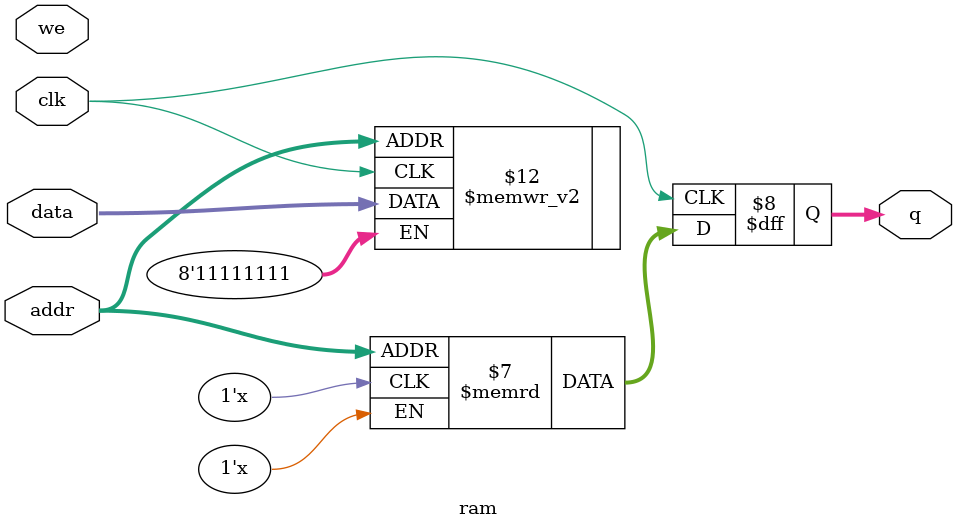
<source format=v>
module ram #(
    parameter ADDR_WIDTH=6,
    parameter DATA_WIDTH=8
) (
    input [DATA_WIDTH-1:0] data,
    input [ADDR_WIDTH-1:0] addr,
    input we, clk,
    output [7:0] q
);
reg [DATA_WIDTH-1:0] ram[2**ADDR_WIDTH-1:0];
// when we is high, write data to ram at address addr
// assign the ram value at address addr to q
always @(posedge clk)
  ram[addr] <= data;
always @(negedge clk)
  q <= ram[addr];
endmodule

</source>
